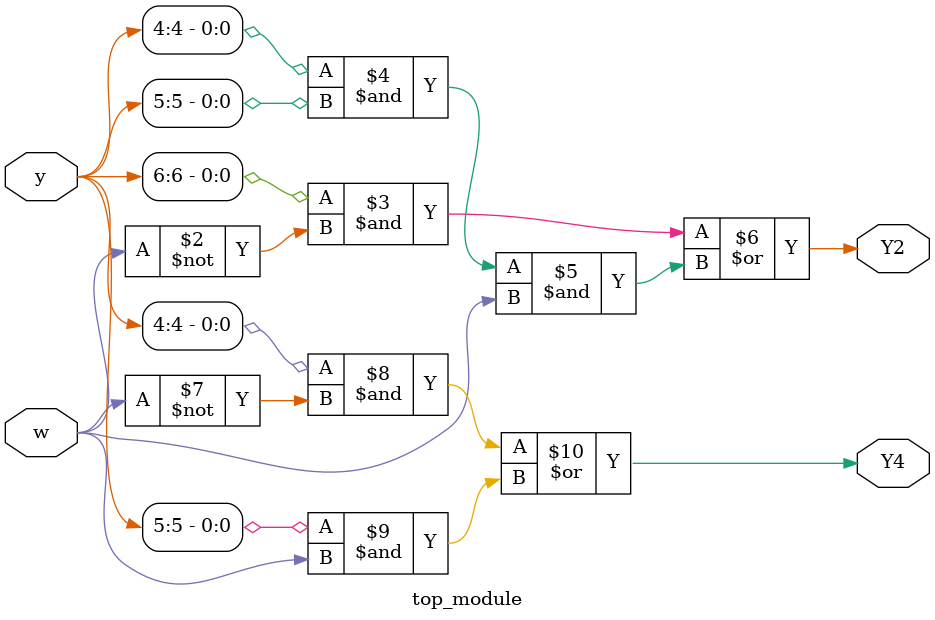
<source format=sv>
module top_module (
    input [6:1] y,
    input w,
    output reg Y2,
    output reg Y4
);

    // Declare intermediate signals
    wire y2_wire;
    wire y4_wire;
    
    always @* begin
        // Logic equations for Y2 and Y4
        Y2 = (y[6] & ~w) | (y[4] & y[5] & w);
        Y4 = (y[4] & ~w) | (y[5] & w);
    end
    
endmodule

</source>
